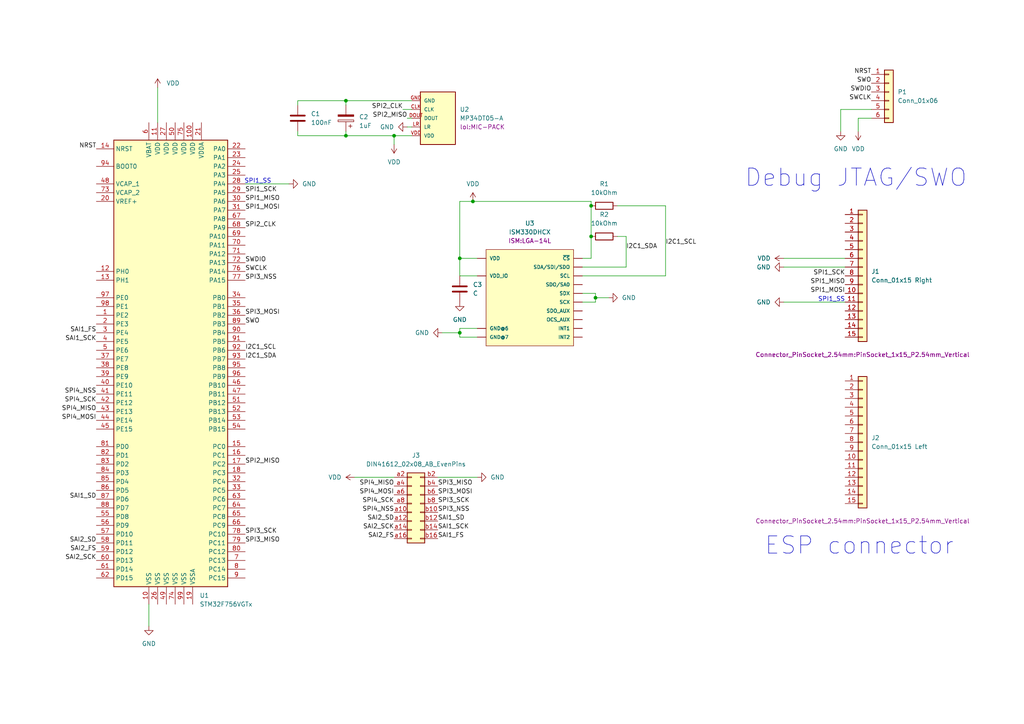
<source format=kicad_sch>
(kicad_sch (version 20211123) (generator eeschema)
  (paper "A4")
  (lib_symbols
    (symbol "Connector:DIN41612_02x08_AB_EvenPins" (pin_names (offset 1.016) hide)
      (property "Reference" "J" (at 1.27 10.16 0))
      (property "Value" "DIN41612_02x08_AB_EvenPins" (at 1.27 -12.7 0))
      (symbol "DIN41612_02x08_AB_EvenPins_1_1"
        (rectangle (start -1.27 -10.033) (end 0 -10.287) (stroke (width 0.1524)))
        (rectangle (start -1.27 -7.493) (end 0 -7.747) (stroke (width 0.1524)))
        (rectangle (start -1.27 -4.953) (end 0 -5.207) (stroke (width 0.1524)))
        (rectangle (start -1.27 -2.413) (end 0 -2.667) (stroke (width 0.1524)))
        (rectangle (start -1.27 0.127) (end 0 -0.127) (stroke (width 0.1524)))
        (rectangle (start -1.27 2.667) (end 0 2.413) (stroke (width 0.1524)))
        (rectangle (start -1.27 5.207) (end 0 4.953) (stroke (width 0.1524)))
        (rectangle (start -1.27 7.747) (end 0 7.493) (stroke (width 0.1524)))
        (rectangle (start -1.27 8.89) (end 3.81 -11.43) (stroke (width 0.254)) (fill (type background)))
        (rectangle (start 3.81 -10.033) (end 2.54 -10.287) (stroke (width 0.1524)))
        (rectangle (start 3.81 -7.493) (end 2.54 -7.747) (stroke (width 0.1524)))
        (rectangle (start 3.81 -4.953) (end 2.54 -5.207) (stroke (width 0.1524)))
        (rectangle (start 3.81 -2.413) (end 2.54 -2.667) (stroke (width 0.1524)))
        (rectangle (start 3.81 0.127) (end 2.54 -0.127) (stroke (width 0.1524)))
        (rectangle (start 3.81 2.667) (end 2.54 2.413) (stroke (width 0.1524)))
        (rectangle (start 3.81 5.207) (end 2.54 4.953) (stroke (width 0.1524)))
        (rectangle (start 3.81 7.747) (end 2.54 7.493) (stroke (width 0.1524)))
        (pin passive line (at -5.08 -2.54 0) (length 3.81) (name "Pin_a10") (number "a10"))
        (pin passive line (at -5.08 -5.08 0) (length 3.81) (name "Pin_a12") (number "a12"))
        (pin passive line (at -5.08 -7.62 0) (length 3.81) (name "Pin_a14") (number "a14"))
        (pin passive line (at -5.08 -10.16 0) (length 3.81) (name "Pin_a16") (number "a16"))
        (pin passive line (at -5.08 7.62 0) (length 3.81) (name "Pin_a2") (number "a2"))
        (pin passive line (at -5.08 5.08 0) (length 3.81) (name "Pin_a4") (number "a4"))
        (pin passive line (at -5.08 2.54 0) (length 3.81) (name "Pin_a6") (number "a6"))
        (pin passive line (at -5.08 0 0) (length 3.81) (name "Pin_a8") (number "a8"))
        (pin passive line (at 7.62 -2.54 180) (length 3.81) (name "Pin_b10") (number "b10"))
        (pin passive line (at 7.62 -5.08 180) (length 3.81) (name "Pin_b12") (number "b12"))
        (pin passive line (at 7.62 -7.62 180) (length 3.81) (name "Pin_b14") (number "b14"))
        (pin passive line (at 7.62 -10.16 180) (length 3.81) (name "Pin_b16") (number "b16"))
        (pin passive line (at 7.62 7.62 180) (length 3.81) (name "Pin_b2") (number "b2"))
        (pin passive line (at 7.62 5.08 180) (length 3.81) (name "Pin_b4") (number "b4"))
        (pin passive line (at 7.62 2.54 180) (length 3.81) (name "Pin_b6") (number "b6"))
        (pin passive line (at 7.62 0 180) (length 3.81) (name "Pin_b8") (number "b8"))
      )
    )
    (symbol "Connector_Generic:Conn_01x15" (pin_names (offset 1.016) hide)
      (property "Reference" "J" (at 0 20.32 0))
      (property "Value" "Conn_01x15" (at 0 -20.32 0))
      (symbol "Conn_01x15_1_1"
        (rectangle (start -1.27 -17.653) (end 0 -17.907) (stroke (width 0.1524)))
        (rectangle (start -1.27 -15.113) (end 0 -15.367) (stroke (width 0.1524)))
        (rectangle (start -1.27 -12.573) (end 0 -12.827) (stroke (width 0.1524)))
        (rectangle (start -1.27 -10.033) (end 0 -10.287) (stroke (width 0.1524)))
        (rectangle (start -1.27 -7.493) (end 0 -7.747) (stroke (width 0.1524)))
        (rectangle (start -1.27 -4.953) (end 0 -5.207) (stroke (width 0.1524)))
        (rectangle (start -1.27 -2.413) (end 0 -2.667) (stroke (width 0.1524)))
        (rectangle (start -1.27 0.127) (end 0 -0.127) (stroke (width 0.1524)))
        (rectangle (start -1.27 2.667) (end 0 2.413) (stroke (width 0.1524)))
        (rectangle (start -1.27 5.207) (end 0 4.953) (stroke (width 0.1524)))
        (rectangle (start -1.27 7.747) (end 0 7.493) (stroke (width 0.1524)))
        (rectangle (start -1.27 10.287) (end 0 10.033) (stroke (width 0.1524)))
        (rectangle (start -1.27 12.827) (end 0 12.573) (stroke (width 0.1524)))
        (rectangle (start -1.27 15.367) (end 0 15.113) (stroke (width 0.1524)))
        (rectangle (start -1.27 17.907) (end 0 17.653) (stroke (width 0.1524)))
        (rectangle (start -1.27 19.05) (end 1.27 -19.05) (stroke (width 0.254)) (fill (type background)))
        (pin passive line (at -5.08 17.78 0) (length 3.81) (name "Pin_1") (number "1"))
        (pin passive line (at -5.08 -5.08 0) (length 3.81) (name "Pin_10") (number "10"))
        (pin passive line (at -5.08 -7.62 0) (length 3.81) (name "Pin_11") (number "11"))
        (pin passive line (at -5.08 -10.16 0) (length 3.81) (name "Pin_12") (number "12"))
        (pin passive line (at -5.08 -12.7 0) (length 3.81) (name "Pin_13") (number "13"))
        (pin passive line (at -5.08 -15.24 0) (length 3.81) (name "Pin_14") (number "14"))
        (pin passive line (at -5.08 -17.78 0) (length 3.81) (name "Pin_15") (number "15"))
        (pin passive line (at -5.08 15.24 0) (length 3.81) (name "Pin_2") (number "2"))
        (pin passive line (at -5.08 12.7 0) (length 3.81) (name "Pin_3") (number "3"))
        (pin passive line (at -5.08 10.16 0) (length 3.81) (name "Pin_4") (number "4"))
        (pin passive line (at -5.08 7.62 0) (length 3.81) (name "Pin_5") (number "5"))
        (pin passive line (at -5.08 5.08 0) (length 3.81) (name "Pin_6") (number "6"))
        (pin passive line (at -5.08 2.54 0) (length 3.81) (name "Pin_7") (number "7"))
        (pin passive line (at -5.08 0 0) (length 3.81) (name "Pin_8") (number "8"))
        (pin passive line (at -5.08 -2.54 0) (length 3.81) (name "Pin_9") (number "9"))
      )
    )
    (symbol "Device:C" (pin_numbers hide) (pin_names (offset 0.254))
      (property "Reference" "C" (at 0.635 2.54 0))
      (property "Value" "C" (at 0.635 -2.54 0))
      (symbol "C_0_1"
        (polyline (pts (xy -2.032 -0.762) (xy 2.032 -0.762)) (stroke (width 0.508)))
        (polyline (pts (xy -2.032 0.762) (xy 2.032 0.762)) (stroke (width 0.508)))
      )
      (symbol "C_1_1"
        (pin passive line (at 0 3.81 270) (length 2.794) (name "~") (number "1"))
        (pin passive line (at 0 -3.81 90) (length 2.794) (name "~") (number "2"))
      )
    )
    (symbol "Device:C_Polarized" (pin_numbers hide) (pin_names (offset 0.254))
      (property "Reference" "C" (at 0.635 2.54 0))
      (property "Value" "C_Polarized" (at 0.635 -2.54 0))
      (symbol "C_Polarized_0_1"
        (rectangle (start -2.286 0.508) (end 2.286 1.016))
        (polyline (pts (xy -1.778 2.286) (xy -0.762 2.286)))
        (polyline (pts (xy -1.27 2.794) (xy -1.27 1.778)))
        (rectangle (start 2.286 -0.508) (end -2.286 -1.016) (fill (type outline)))
      )
      (symbol "C_Polarized_1_1"
        (pin passive line (at 0 3.81 270) (length 2.794) (name "~") (number "1"))
        (pin passive line (at 0 -3.81 90) (length 2.794) (name "~") (number "2"))
      )
    )
    (symbol "Device:R" (pin_numbers hide) (pin_names (offset 0))
      (property "Reference" "R" (at 2.032 0 90))
      (property "Value" "R" (at 0 0 90))
      (symbol "R_0_1"
        (rectangle (start -1.016 -2.54) (end 1.016 2.54) (stroke (width 0.254)))
      )
      (symbol "R_1_1"
        (pin passive line (at 0 3.81 270) (length 1.27) (name "~") (number "1"))
        (pin passive line (at 0 -3.81 90) (length 1.27) (name "~") (number "2"))
      )
    )
    (symbol "ISM330DHCX:ISM330DHCX" (pin_numbers hide) (pin_names (offset 1.016))
      (property "Reference" "U" (at -10.16 15.24 0))
      (property "Value" "ISM330DHCX" (at -10.16 -17.78 0))
      (symbol "ISM330DHCX_0_0"
        (rectangle (start -12.7 -15.24) (end 12.7 12.7) (stroke (width 0.1524)) (fill (type background)))
        (pin bidirectional line (at 15.24 2.54 180) (length 2.54) (name "SDO/SA0") (number "P1"))
        (pin bidirectional line (at 15.24 -7.62 180) (length 2.54) (name "OCS_AUX") (number "P10"))
        (pin bidirectional line (at 15.24 -5.08 180) (length 2.54) (name "SDO_AUX") (number "P11"))
        (pin bidirectional line (at 15.24 10.16 180) (length 2.54) (name "~{CS}") (number "P12"))
        (pin bidirectional line (at 15.24 5.08 180) (length 2.54) (name "SCL") (number "P13"))
        (pin bidirectional line (at 15.24 7.62 180) (length 2.54) (name "SDA/SDI/SDO") (number "P14"))
        (pin bidirectional line (at 15.24 0 180) (length 2.54) (name "SDX") (number "P2"))
        (pin bidirectional line (at 15.24 -2.54 180) (length 2.54) (name "SCX") (number "P3"))
        (pin bidirectional line (at 15.24 -10.16 180) (length 2.54) (name "INT1") (number "P4"))
        (pin power_in line (at -15.24 5.08 0) (length 2.54) (name "VDD_IO") (number "P5"))
        (pin power_in line (at -15.24 -10.16 0) (length 2.54) (name "GND@6") (number "P6"))
        (pin power_in line (at -15.24 -12.7 0) (length 2.54) (name "GND@7") (number "P7"))
        (pin power_in line (at -15.24 10.16 0) (length 2.54) (name "VDD") (number "P8"))
        (pin bidirectional line (at 15.24 -12.7 180) (length 2.54) (name "INT2") (number "P9"))
      )
    )
    (symbol "MCU_ST_STM32F7:STM32F756VGTx"
      (property "Reference" "U" (at -17.78 64.77 0))
      (property "Value" "STM32F756VGTx" (at 10.16 64.77 0))
      (symbol "STM32F756VGTx_0_1"
        (rectangle (start -17.78 -66.04) (end 15.24 63.5) (stroke (width 0.254)) (fill (type background)))
      )
      (symbol "STM32F756VGTx_1_1"
        (pin bidirectional line (at -22.86 12.7 0) (length 5.08) (name "PE2") (number "1"))
        (pin power_in line (at -7.62 -71.12 90) (length 5.08) (name "VSS") (number "10"))
        (pin power_in line (at 5.08 68.58 270) (length 5.08) (name "VDD") (number "100"))
        (pin power_in line (at -5.08 68.58 270) (length 5.08) (name "VDD") (number "11"))
        (pin input line (at -22.86 25.4 0) (length 5.08) (name "PH0") (number "12"))
        (pin input line (at -22.86 22.86 0) (length 5.08) (name "PH1") (number "13"))
        (pin input line (at -22.86 60.96 0) (length 5.08) (name "NRST") (number "14"))
        (pin bidirectional line (at 20.32 -25.4 180) (length 5.08) (name "PC0") (number "15"))
        (pin bidirectional line (at 20.32 -27.94 180) (length 5.08) (name "PC1") (number "16"))
        (pin bidirectional line (at 20.32 -30.48 180) (length 5.08) (name "PC2") (number "17"))
        (pin bidirectional line (at 20.32 -33.02 180) (length 5.08) (name "PC3") (number "18"))
        (pin power_in line (at 5.08 -71.12 90) (length 5.08) (name "VSSA") (number "19"))
        (pin bidirectional line (at -22.86 10.16 0) (length 5.08) (name "PE3") (number "2"))
        (pin power_in line (at -22.86 45.72 0) (length 5.08) (name "VREF+") (number "20"))
        (pin power_in line (at 7.62 68.58 270) (length 5.08) (name "VDDA") (number "21"))
        (pin bidirectional line (at 20.32 60.96 180) (length 5.08) (name "PA0") (number "22"))
        (pin bidirectional line (at 20.32 58.42 180) (length 5.08) (name "PA1") (number "23"))
        (pin bidirectional line (at 20.32 55.88 180) (length 5.08) (name "PA2") (number "24"))
        (pin bidirectional line (at 20.32 53.34 180) (length 5.08) (name "PA3") (number "25"))
        (pin power_in line (at -5.08 -71.12 90) (length 5.08) (name "VSS") (number "26"))
        (pin power_in line (at -2.54 68.58 270) (length 5.08) (name "VDD") (number "27"))
        (pin bidirectional line (at 20.32 50.8 180) (length 5.08) (name "PA4") (number "28"))
        (pin bidirectional line (at 20.32 48.26 180) (length 5.08) (name "PA5") (number "29"))
        (pin bidirectional line (at -22.86 7.62 0) (length 5.08) (name "PE4") (number "3"))
        (pin bidirectional line (at 20.32 45.72 180) (length 5.08) (name "PA6") (number "30"))
        (pin bidirectional line (at 20.32 43.18 180) (length 5.08) (name "PA7") (number "31"))
        (pin bidirectional line (at 20.32 -35.56 180) (length 5.08) (name "PC4") (number "32"))
        (pin bidirectional line (at 20.32 -38.1 180) (length 5.08) (name "PC5") (number "33"))
        (pin bidirectional line (at 20.32 17.78 180) (length 5.08) (name "PB0") (number "34"))
        (pin bidirectional line (at 20.32 15.24 180) (length 5.08) (name "PB1") (number "35"))
        (pin bidirectional line (at 20.32 12.7 180) (length 5.08) (name "PB2") (number "36"))
        (pin bidirectional line (at -22.86 0 0) (length 5.08) (name "PE7") (number "37"))
        (pin bidirectional line (at -22.86 -2.54 0) (length 5.08) (name "PE8") (number "38"))
        (pin bidirectional line (at -22.86 -5.08 0) (length 5.08) (name "PE9") (number "39"))
        (pin bidirectional line (at -22.86 5.08 0) (length 5.08) (name "PE5") (number "4"))
        (pin bidirectional line (at -22.86 -7.62 0) (length 5.08) (name "PE10") (number "40"))
        (pin bidirectional line (at -22.86 -10.16 0) (length 5.08) (name "PE11") (number "41"))
        (pin bidirectional line (at -22.86 -12.7 0) (length 5.08) (name "PE12") (number "42"))
        (pin bidirectional line (at -22.86 -15.24 0) (length 5.08) (name "PE13") (number "43"))
        (pin bidirectional line (at -22.86 -17.78 0) (length 5.08) (name "PE14") (number "44"))
        (pin bidirectional line (at -22.86 -20.32 0) (length 5.08) (name "PE15") (number "45"))
        (pin bidirectional line (at 20.32 -7.62 180) (length 5.08) (name "PB10") (number "46"))
        (pin bidirectional line (at 20.32 -10.16 180) (length 5.08) (name "PB11") (number "47"))
        (pin power_in line (at -22.86 50.8 0) (length 5.08) (name "VCAP_1") (number "48"))
        (pin power_in line (at -2.54 -71.12 90) (length 5.08) (name "VSS") (number "49"))
        (pin bidirectional line (at -22.86 2.54 0) (length 5.08) (name "PE6") (number "5"))
        (pin power_in line (at 0 68.58 270) (length 5.08) (name "VDD") (number "50"))
        (pin bidirectional line (at 20.32 -12.7 180) (length 5.08) (name "PB12") (number "51"))
        (pin bidirectional line (at 20.32 -15.24 180) (length 5.08) (name "PB13") (number "52"))
        (pin bidirectional line (at 20.32 -17.78 180) (length 5.08) (name "PB14") (number "53"))
        (pin bidirectional line (at 20.32 -20.32 180) (length 5.08) (name "PB15") (number "54"))
        (pin bidirectional line (at -22.86 -45.72 0) (length 5.08) (name "PD8") (number "55"))
        (pin bidirectional line (at -22.86 -48.26 0) (length 5.08) (name "PD9") (number "56"))
        (pin bidirectional line (at -22.86 -50.8 0) (length 5.08) (name "PD10") (number "57"))
        (pin bidirectional line (at -22.86 -53.34 0) (length 5.08) (name "PD11") (number "58"))
        (pin bidirectional line (at -22.86 -55.88 0) (length 5.08) (name "PD12") (number "59"))
        (pin power_in line (at -7.62 68.58 270) (length 5.08) (name "VBAT") (number "6"))
        (pin bidirectional line (at -22.86 -58.42 0) (length 5.08) (name "PD13") (number "60"))
        (pin bidirectional line (at -22.86 -60.96 0) (length 5.08) (name "PD14") (number "61"))
        (pin bidirectional line (at -22.86 -63.5 0) (length 5.08) (name "PD15") (number "62"))
        (pin bidirectional line (at 20.32 -40.64 180) (length 5.08) (name "PC6") (number "63"))
        (pin bidirectional line (at 20.32 -43.18 180) (length 5.08) (name "PC7") (number "64"))
        (pin bidirectional line (at 20.32 -45.72 180) (length 5.08) (name "PC8") (number "65"))
        (pin bidirectional line (at 20.32 -48.26 180) (length 5.08) (name "PC9") (number "66"))
        (pin bidirectional line (at 20.32 40.64 180) (length 5.08) (name "PA8") (number "67"))
        (pin bidirectional line (at 20.32 38.1 180) (length 5.08) (name "PA9") (number "68"))
        (pin bidirectional line (at 20.32 35.56 180) (length 5.08) (name "PA10") (number "69"))
        (pin bidirectional line (at 20.32 -58.42 180) (length 5.08) (name "PC13") (number "7"))
        (pin bidirectional line (at 20.32 33.02 180) (length 5.08) (name "PA11") (number "70"))
        (pin bidirectional line (at 20.32 30.48 180) (length 5.08) (name "PA12") (number "71"))
        (pin bidirectional line (at 20.32 27.94 180) (length 5.08) (name "PA13") (number "72"))
        (pin power_in line (at -22.86 48.26 0) (length 5.08) (name "VCAP_2") (number "73"))
        (pin power_in line (at 0 -71.12 90) (length 5.08) (name "VSS") (number "74"))
        (pin power_in line (at 2.54 68.58 270) (length 5.08) (name "VDD") (number "75"))
        (pin bidirectional line (at 20.32 25.4 180) (length 5.08) (name "PA14") (number "76"))
        (pin bidirectional line (at 20.32 22.86 180) (length 5.08) (name "PA15") (number "77"))
        (pin bidirectional line (at 20.32 -50.8 180) (length 5.08) (name "PC10") (number "78"))
        (pin bidirectional line (at 20.32 -53.34 180) (length 5.08) (name "PC11") (number "79"))
        (pin bidirectional line (at 20.32 -60.96 180) (length 5.08) (name "PC14") (number "8"))
        (pin bidirectional line (at 20.32 -55.88 180) (length 5.08) (name "PC12") (number "80"))
        (pin bidirectional line (at -22.86 -25.4 0) (length 5.08) (name "PD0") (number "81"))
        (pin bidirectional line (at -22.86 -27.94 0) (length 5.08) (name "PD1") (number "82"))
        (pin bidirectional line (at -22.86 -30.48 0) (length 5.08) (name "PD2") (number "83"))
        (pin bidirectional line (at -22.86 -33.02 0) (length 5.08) (name "PD3") (number "84"))
        (pin bidirectional line (at -22.86 -35.56 0) (length 5.08) (name "PD4") (number "85"))
        (pin bidirectional line (at -22.86 -38.1 0) (length 5.08) (name "PD5") (number "86"))
        (pin bidirectional line (at -22.86 -40.64 0) (length 5.08) (name "PD6") (number "87"))
        (pin bidirectional line (at -22.86 -43.18 0) (length 5.08) (name "PD7") (number "88"))
        (pin bidirectional line (at 20.32 10.16 180) (length 5.08) (name "PB3") (number "89"))
        (pin bidirectional line (at 20.32 -63.5 180) (length 5.08) (name "PC15") (number "9"))
        (pin bidirectional line (at 20.32 7.62 180) (length 5.08) (name "PB4") (number "90"))
        (pin bidirectional line (at 20.32 5.08 180) (length 5.08) (name "PB5") (number "91"))
        (pin bidirectional line (at 20.32 2.54 180) (length 5.08) (name "PB6") (number "92"))
        (pin bidirectional line (at 20.32 0 180) (length 5.08) (name "PB7") (number "93"))
        (pin input line (at -22.86 55.88 0) (length 5.08) (name "BOOT0") (number "94"))
        (pin bidirectional line (at 20.32 -2.54 180) (length 5.08) (name "PB8") (number "95"))
        (pin bidirectional line (at 20.32 -5.08 180) (length 5.08) (name "PB9") (number "96"))
        (pin bidirectional line (at -22.86 17.78 0) (length 5.08) (name "PE0") (number "97"))
        (pin bidirectional line (at -22.86 15.24 0) (length 5.08) (name "PE1") (number "98"))
        (pin power_in line (at 2.54 -71.12 90) (length 5.08) (name "VSS") (number "99"))
      )
    )
    (symbol "MP34DT05-A_1" (pin_names (offset 1.016))
      (property "Reference" "U2" (at -6.35 -12.7 0))
      (property "Value" "MP34DT05-A_1" (at -6.35 -10.16 0))
      (property "Footprint" "lol:MIC-PACK" (at 6.35 -6.35 0))
      (symbol "MP34DT05-A_1_0_0"
        (rectangle (start -5.08 -7.62) (end 5.08 7.62) (stroke (width 0.254)) (fill (type background)))
        (pin bidirectional line (at -7.62 2.54 0) (length 2.54) (name "CLK") (number "CLK"))
        (pin bidirectional line (at -7.62 0 0) (length 2.54) (name "DOUT") (number "DOUT"))
        (pin bidirectional line (at -7.62 5.08 0) (length 2.54) (name "GND") (number "GND"))
        (pin bidirectional line (at -7.62 -2.54 0) (length 2.54) (name "LR") (number "LR"))
        (pin bidirectional line (at -7.62 -5.08 0) (length 2.54) (name "VDD") (number "VDD"))
      )
    )
    (symbol "conn_01x06:Conn_01x06" (pin_names (offset 1.016) hide)
      (property "Reference" "P1" (at 0 11.43 0))
      (property "Value" "SWD PicoBlade 1x6" (at 2.54 1.27 90))
      (symbol "Conn_01x06_1_1"
        (rectangle (start -1.27 -7.493) (end 0 -7.747) (stroke (width 0.1524)))
        (rectangle (start -1.27 -4.953) (end 0 -5.207) (stroke (width 0.1524)))
        (rectangle (start -1.27 -2.413) (end 0 -2.667) (stroke (width 0.1524)))
        (rectangle (start -1.27 0.127) (end 0 -0.127) (stroke (width 0.1524)))
        (rectangle (start -1.27 2.667) (end 0 2.413) (stroke (width 0.1524)))
        (rectangle (start -1.27 5.207) (end 0 4.953) (stroke (width 0.1524)))
        (rectangle (start -1.27 6.35) (end 1.27 -8.89) (stroke (width 0.254)) (fill (type background)))
        (pin passive line (at -5.08 5.08 0) (length 3.81) (name "Pin_1") (number "1"))
        (pin passive line (at -5.08 2.54 0) (length 3.81) (name "Pin_2") (number "2"))
        (pin passive line (at -5.08 0 0) (length 3.81) (name "Pin_3") (number "3"))
        (pin passive line (at -5.08 -2.54 0) (length 3.81) (name "Pin_4") (number "4"))
        (pin passive line (at -5.08 -5.08 0) (length 3.81) (name "Pin_5") (number "5"))
        (pin passive line (at -5.08 -7.62 0) (length 3.81) (name "Pin_6") (number "6"))
      )
    )
    (symbol "power:GND" (power) (pin_names (offset 0))
      (property "Value" "GND" (at 0 -3.81 0))
      (symbol "GND_0_1"
        (polyline (pts (xy 0 0) (xy 0 -1.27) (xy 1.27 -1.27) (xy 0 -2.54) (xy -1.27 -1.27) (xy 0 -1.27)))
      )
      (symbol "GND_1_1"
        (pin power_in line (at 0 0 270) (length 0) hide (name "GND") (number "1"))
      )
    )
    (symbol "power:VDD" (power) (pin_names (offset 0))
      (property "Value" "VDD" (at 0 3.81 0))
      (symbol "VDD_0_1"
        (polyline (pts (xy -0.762 1.27) (xy 0 2.54)))
        (polyline (pts (xy 0 0) (xy 0 2.54)))
        (polyline (pts (xy 0 2.54) (xy 0.762 1.27)))
      )
      (symbol "VDD_1_1"
        (pin power_in line (at 0 0 90) (length 0) hide (name "VDD") (number "1"))
      )
    )
  )
  (junction (at 133.35 74.93))
  (junction (at 100.33 39.37))
  (junction (at 133.35 96.52))
  (junction (at 100.33 29.21))
  (junction (at 171.45 68.58))
  (junction (at 114.3 39.37))
  (junction (at 171.45 59.69))
  (junction (at 172.72 86.36))
  (junction (at 137.16 58.42))
  (wire (pts (xy 243.84 31.75) (xy 252.73 31.75)))
  (wire (pts (xy 114.3 39.37) (xy 114.3 41.91)))
  (wire (pts (xy 114.3 39.37) (xy 119.38 39.37)))
  (wire (pts (xy 100.33 30.48) (xy 100.33 29.21)))
  (wire (pts (xy 193.04 80.01) (xy 168.91 80.01)))
  (wire (pts (xy 86.36 38.1) (xy 86.36 39.37)))
  (wire (pts (xy 227.33 87.63) (xy 245.11 87.63)))
  (wire (pts (xy 227.33 74.93) (xy 245.11 74.93)))
  (wire (pts (xy 133.35 95.25) (xy 138.43 95.25)))
  (wire (pts (xy 248.92 34.29) (xy 252.73 34.29)))
  (wire (pts (xy 137.16 58.42) (xy 133.35 58.42)))
  (wire (pts (xy 172.72 87.63) (xy 172.72 86.36)))
  (wire (pts (xy 243.84 38.1) (xy 243.84 31.75)))
  (wire (pts (xy 138.43 138.43) (xy 127 138.43)))
  (wire (pts (xy 176.53 86.36) (xy 172.72 86.36)))
  (wire (pts (xy 171.45 59.69) (xy 171.45 68.58)))
  (wire (pts (xy 118.11 36.83) (xy 119.38 36.83)))
  (wire (pts (xy 71.12 53.34) (xy 83.82 53.34)))
  (wire (pts (xy 133.35 96.52) (xy 133.35 97.79)))
  (wire (pts (xy 102.87 138.43) (xy 114.3 138.43)))
  (wire (pts (xy 171.45 74.93) (xy 168.91 74.93)))
  (wire (pts (xy 171.45 58.42) (xy 171.45 59.69)))
  (wire (pts (xy 133.35 80.01) (xy 138.43 80.01)))
  (wire (pts (xy 133.35 96.52) (xy 133.35 95.25)))
  (wire (pts (xy 116.84 31.75) (xy 119.38 31.75)))
  (wire (pts (xy 86.36 39.37) (xy 100.33 39.37)))
  (wire (pts (xy 179.07 68.58) (xy 181.61 68.58)))
  (wire (pts (xy 100.33 39.37) (xy 114.3 39.37)))
  (wire (pts (xy 45.72 25.4) (xy 45.72 35.56)))
  (wire (pts (xy 227.33 77.47) (xy 245.11 77.47)))
  (wire (pts (xy 181.61 68.58) (xy 181.61 77.47)))
  (wire (pts (xy 100.33 38.1) (xy 100.33 39.37)))
  (wire (pts (xy 171.45 68.58) (xy 171.45 74.93)))
  (wire (pts (xy 168.91 87.63) (xy 172.72 87.63)))
  (wire (pts (xy 137.16 58.42) (xy 171.45 58.42)))
  (wire (pts (xy 133.35 74.93) (xy 133.35 80.01)))
  (wire (pts (xy 86.36 29.21) (xy 86.36 30.48)))
  (wire (pts (xy 100.33 29.21) (xy 119.38 29.21)))
  (wire (pts (xy 168.91 77.47) (xy 181.61 77.47)))
  (wire (pts (xy 43.18 175.26) (xy 43.18 181.61)))
  (wire (pts (xy 118.11 34.29) (xy 119.38 34.29)))
  (wire (pts (xy 193.04 59.69) (xy 193.04 80.01)))
  (wire (pts (xy 172.72 86.36) (xy 172.72 85.09)))
  (wire (pts (xy 128.27 96.52) (xy 133.35 96.52)))
  (wire (pts (xy 133.35 74.93) (xy 138.43 74.93)))
  (wire (pts (xy 133.35 97.79) (xy 138.43 97.79)))
  (wire (pts (xy 133.35 58.42) (xy 133.35 74.93)))
  (wire (pts (xy 168.91 85.09) (xy 172.72 85.09)))
  (wire (pts (xy 179.07 59.69) (xy 193.04 59.69)))
  (wire (pts (xy 248.92 38.1) (xy 248.92 34.29)))
  (wire (pts (xy 100.33 29.21) (xy 86.36 29.21)))
  (text "SPI1_SS\n" (at 78.74 53.34 180) (effects (font (size 1.27 1.27)) (justify right bottom)))
  (text "ESP connector" (at 276.86 161.29 180) (effects (font (size 5 5)) (justify right bottom)))
  (text "SPI1_SS\n" (at 245.11 87.63 180) (effects (font (size 1.27 1.27)) (justify right bottom)))
  (text "Debug JTAG/SWO\n" (at 215.9 54.61 0) (effects (font (size 5 5)) (justify left bottom)))
  (label "SWCLK" (at 252.73 29.21 180))
  (label "SAI2_SD" (at 114.3 151.13 180))
  (label "SPI1_SCK" (at 245.11 80.01 180))
  (label "SPI4_SCK" (at 114.3 146.05 180))
  (label "SWDIO" (at 71.12 76.2 0))
  (label "SPI4_MOSI" (at 114.3 143.51 180))
  (label "SPI4_MISO" (at 27.94 119.38 180))
  (label "SPI4_NSS" (at 27.94 114.3 180))
  (label "SPI1_MISO" (at 245.11 82.55 180))
  (label "SPI3_SCK" (at 71.12 154.94 0))
  (label "SPI3_MOSI" (at 71.12 91.44 0))
  (label "SPI3_NSS" (at 71.12 81.28 0))
  (label "SAI1_SCK" (at 127 153.67 0))
  (label "SPI3_SCK" (at 127 146.05 0))
  (label "SPI4_SCK" (at 27.94 116.84 180))
  (label "NRST" (at 252.73 21.59 180))
  (label "I2C1_SCL" (at 193.04 71.12 0))
  (label "SAI2_FS" (at 27.94 160.02 180))
  (label "SPI3_MISO" (at 71.12 157.48 0))
  (label "SWO" (at 252.73 24.13 180))
  (label "SAI2_SD" (at 27.94 157.48 180))
  (label "SWO" (at 71.12 93.98 0))
  (label "SPI2_MISO" (at 118.11 34.29 180))
  (label "SPI3_MISO" (at 127 140.97 0))
  (label "SPI1_MISO" (at 71.12 58.42 0))
  (label "SPI1_MOSI" (at 245.11 85.09 180))
  (label "I2C1_SDA" (at 71.12 104.14 0))
  (label "SAI1_FS" (at 127 156.21 0))
  (label "SPI2_CLK" (at 71.12 66.04 0))
  (label "SAI2_SCK" (at 27.94 162.56 180))
  (label "SAI2_SCK" (at 114.3 153.67 180))
  (label "I2C1_SCL" (at 71.12 101.6 0))
  (label "SPI2_CLK" (at 116.84 31.75 180))
  (label "NRST" (at 27.94 43.18 180))
  (label "SPI3_NSS" (at 127 148.59 0))
  (label "SWCLK" (at 71.12 78.74 0))
  (label "SAI1_SD" (at 127 151.13 0))
  (label "SPI4_MOSI" (at 27.94 121.92 180))
  (label "SPI1_MOSI" (at 71.12 60.96 0))
  (label "I2C1_SDA" (at 181.61 72.39 0))
  (label "SWDIO" (at 252.73 26.67 180))
  (label "SAI1_SCK" (at 27.94 99.06 180))
  (label "SPI4_NSS" (at 114.3 148.59 180))
  (label "SAI1_FS" (at 27.94 96.52 180))
  (label "SPI4_MISO" (at 114.3 140.97 180))
  (label "SAI1_SD" (at 27.94 144.78 180))
  (label "SPI2_MISO" (at 71.12 134.62 0))
  (label "SAI2_FS" (at 114.3 156.21 180))
  (label "SPI3_MOSI" (at 127 143.51 0))
  (label "SPI1_SCK" (at 71.12 55.88 0))
  (symbol (lib_id "power:GND") (at 176.53 86.36 90) (unit 1)
    (property "Reference" "#PWR?" (effects hide))
    (property "Value" "GND" (at 180.34 86.3599 90) (effects (justify right)))
  )
  (symbol (lib_id "Device:C") (at 133.35 83.82 0) (unit 1)
    (property "Reference" "C3" (at 137.16 82.5499 0) (effects (justify left)))
    (property "Value" "C" (at 137.16 85.0899 0) (effects (justify left)))
  )
  (symbol (lib_id "MCU_ST_STM32F7:STM32F756VGTx") (at 50.8 104.14 0) (unit 1)
    (property "Reference" "U1" (at 57.8994 172.72 0) (effects (justify left)))
    (property "Value" "STM32F756VGTx" (at 57.8994 175.26 0) (effects (justify left)))
    (property "Footprint" "Package_QFP:LQFP-100_14x14mm_P0.5mm" (effects hide))
    (property "Datasheet" "http://www.st.com/st-web-ui/static/active/en/resource/technical/document/datasheet/DM00166114.pdf" (effects hide))
  )
  (symbol (lib_id "Connector:DIN41612_02x08_AB_EvenPins") (at 119.38 146.05 0) (unit 1)
    (property "Reference" "J3" (at 120.65 132.08 0))
    (property "Value" "DIN41612_02x08_AB_EvenPins" (at 120.65 134.62 0))
    (property "Footprint" "Connector_PinSocket_2.54mm:PinSocket_2x08_P2.54mm_Horizontal" (effects hide))
  )
  (symbol (lib_id "Device:R") (at 175.26 68.58 90) (unit 1)
    (property "Reference" "R2" (at 175.26 62.23 90))
    (property "Value" "10kOhm" (at 175.26 64.77 90))
  )
  (symbol (lib_id "Connector_Generic:Conn_01x15") (at 250.19 80.01 0) (unit 1)
    (property "Reference" "J1" (at 252.73 78.7399 0) (effects (justify left)))
    (property "Value" "Conn_01x15 Right " (at 252.73 81.2799 0) (effects (justify left)))
    (property "Footprint" "Connector_PinSocket_2.54mm:PinSocket_1x15_P2.54mm_Vertical" (at 250.19 102.87 0))
  )
  (symbol (lib_id "power:VDD") (at 227.33 74.93 90) (unit 1)
    (property "Reference" "#PWR0106" (effects hide))
    (property "Value" "VDD" (at 223.52 74.9299 90) (effects (justify left)))
  )
  (symbol (lib_id "power:GND") (at 227.33 87.63 270) (unit 1)
    (property "Reference" "#PWR0107" (effects hide))
    (property "Value" "GND" (at 223.52 87.6299 90) (effects (justify right)))
  )
  (symbol (lib_id "Device:C_Polarized") (at 100.33 34.29 180) (unit 1)
    (property "Reference" "C2" (at 104.14 33.9089 0) (effects (justify right)))
    (property "Value" "1uF" (at 104.14 36.4489 0) (effects (justify right)))
  )
  (symbol (lib_id "power:GND") (at 43.18 181.61 0) (unit 1)
    (property "Reference" "#PWR0104" (effects hide))
    (property "Value" "GND" (at 43.18 186.69 0))
  )
  (symbol (lib_id "power:VDD") (at 248.92 38.1 180) (unit 1)
    (property "Reference" "#PWR0102" (effects hide))
    (property "Value" "VDD" (at 248.92 43.18 0))
  )
  (symbol (lib_id "power:VDD") (at 137.16 58.42 0) (unit 1)
    (property "Reference" "#PWR?" (effects hide))
    (property "Value" "VDD" (at 137.16 53.34 0))
  )
  (symbol (lib_id "ISM330DHCX:ISM330DHCX") (at 153.67 85.09 0) (unit 1)
    (property "Reference" "U3" (at 153.67 64.77 0))
    (property "Value" "ISM330DHCX" (at 153.67 67.31 0))
    (property "Footprint" "ISM:LGA-14L" (at 153.67 69.85 0))
    (property "PROD_ID" "IC-16693" (effects hide))
  )
  (symbol (lib_id "conn_01x06:Conn_01x06") (at 257.81 26.67 0) (unit 1)
    (property "Reference" "P1" (at 260.35 26.6699 0) (effects (justify left)))
    (property "Value" "Conn_01x06" (at 260.35 29.2099 0) (effects (justify left)))
    (property "Footprint" "Connector_Molex:Molex_PicoBlade_53047-0610_1x06_P1.25mm_Vertical" (effects hide))
  )
  (symbol (lib_id "power:VDD") (at 102.87 138.43 90) (unit 1)
    (property "Reference" "#PWR?" (effects hide))
    (property "Value" "VDD" (at 99.06 138.4299 90) (effects (justify left)))
  )
  (symbol (lib_id "power:VDD") (at 114.3 41.91 180) (unit 1)
    (property "Reference" "#PWR?" (effects hide))
    (property "Value" "VDD" (at 114.3 46.99 0))
  )
  (symbol (lib_id "power:VDD") (at 45.72 25.4 0) (unit 1)
    (property "Reference" "#PWR0103" (effects hide))
    (property "Value" "VDD" (at 48.26 24.1299 0) (effects (justify left)))
  )
  (symbol (lib_id "power:GND") (at 133.35 87.63 0) (unit 1)
    (property "Reference" "#PWR?" (effects hide))
    (property "Value" "GND" (at 133.35 92.71 0))
  )
  (symbol (lib_id "power:GND") (at 243.84 38.1 0) (unit 1)
    (property "Reference" "#PWR0101" (effects hide))
    (property "Value" "GND" (at 243.84 43.18 0))
  )
  (symbol (lib_id "Device:C") (at 86.36 34.29 180) (unit 1)
    (property "Reference" "C1" (at 90.17 33.0199 0) (effects (justify right)))
    (property "Value" "100nF" (at 90.17 35.5599 0) (effects (justify right)))
  )
  (symbol (lib_id "Connector_Generic:Conn_01x15") (at 250.19 128.27 0) (unit 1)
    (property "Reference" "J2" (at 252.73 126.9999 0) (effects (justify left)))
    (property "Value" "Conn_01x15 Left" (at 252.73 129.5399 0) (effects (justify left)))
    (property "Footprint" "Connector_PinSocket_2.54mm:PinSocket_1x15_P2.54mm_Vertical" (at 250.19 151.13 0))
  )
  (symbol (lib_id "power:GND") (at 118.11 36.83 270) (unit 1)
    (property "Reference" "#PWR?" (effects hide))
    (property "Value" "GND" (at 114.3 36.8299 90) (effects (justify right)))
  )
  (symbol (lib_name "MP34DT05-A_1") (lib_id "MP34DT05-A:MP34DT05-A") (at 127 34.29 0) (unit 1)
    (property "Reference" "U2" (at 133.35 31.7499 0) (effects (justify left)))
    (property "Value" "MP34DT05-A" (at 133.35 34.2899 0) (effects (justify left)))
    (property "Footprint" "lol:MIC-PACK" (at 133.35 36.8299 0) (effects (justify left)))
  )
  (symbol (lib_id "power:GND") (at 138.43 138.43 90) (unit 1)
    (property "Reference" "#PWR?" (effects hide))
    (property "Value" "GND" (at 142.24 138.4299 90) (effects (justify right)))
  )
  (symbol (lib_id "power:GND") (at 227.33 77.47 270) (unit 1)
    (property "Reference" "#PWR0105" (effects hide))
    (property "Value" "GND" (at 223.52 77.4699 90) (effects (justify right)))
  )
  (symbol (lib_id "power:GND") (at 83.82 53.34 90) (unit 1)
    (property "Reference" "#PWR0108" (effects hide))
    (property "Value" "GND" (at 87.63 53.3399 90) (effects (justify right)))
  )
  (symbol (lib_id "power:GND") (at 128.27 96.52 270) (unit 1)
    (property "Reference" "#PWR?" (effects hide))
    (property "Value" "GND" (at 124.46 96.5199 90) (effects (justify right)))
  )
  (symbol (lib_id "Device:R") (at 175.26 59.69 90) (unit 1)
    (property "Reference" "R1" (at 175.26 53.34 90))
    (property "Value" "10kOhm" (at 175.26 55.88 90))
  )
)
</source>
